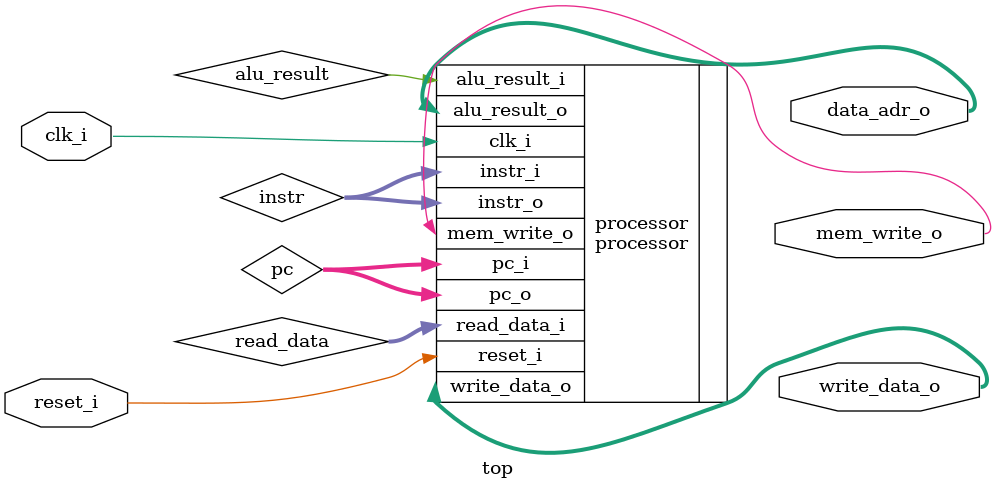
<source format=sv>
`include "src/processor.sv"
module top(
  input  logic        clk_i,
  input  logic        reset_i,
  output logic [31:0] write_data_o,
  output logic [31:0] data_adr_o,
  output logic        mem_write_o);
 
  logic [31:0] pc, instr, read_data;

  processor processor(
    .clk_i(clk_i),
    .reset_i(reset_i),
    .pc_i(pc),
    .instr_i(instr),
    .alu_result_i(alu_result),
    .read_data_i(read_data),
    .mem_write_o(mem_write_o),
    .pc_o(pc),
    .instr_o(instr),
    .alu_result_o(data_adr_o),
    .write_data_o(write_data_o));

endmodule

</source>
